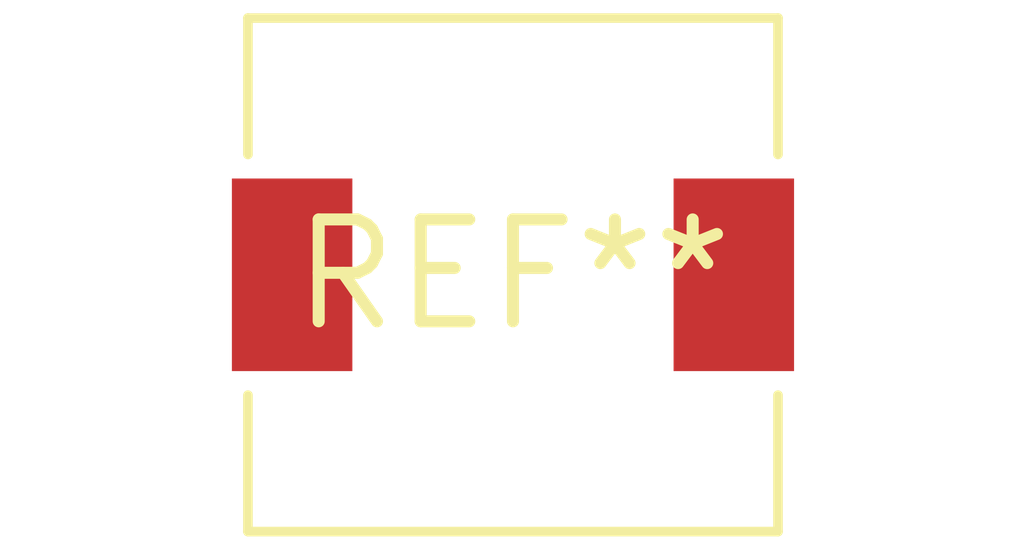
<source format=kicad_pcb>
(kicad_pcb (version 20240108) (generator pcbnew)
  (layers (0 "F.Cu" signal) (31 "B.Cu" signal) (34 "B.Paste" user) (35 "F.Paste" user) (36 "B.SilkS" user "B.Silkscreen") (37 "F.SilkS" user "F.Silkscreen") (38 "B.Mask" user) (39 "F.Mask" user) (44 "Edge.Cuts" user))
  (net 0 "")
  (footprint "L_6.3x6.3_H3" (layer "F.Cu") (at 0 0)
    (property "Reference" "REF**")
    (property "Value" "L_6.3x6.3_H3")
    (fp_line (start -3.3 -3.2) (end 3.3 -3.2) (layer "F.SilkS") (stroke (width 0.12)))
    (fp_line (start -3.3 -1.5) (end -3.3 -3.2) (layer "F.SilkS") (stroke (width 0.12)))
    (fp_line (start -3.3 3.2) (end -3.3 1.5) (layer "F.SilkS") (stroke (width 0.12)))
    (fp_line (start 3.3 -3.2) (end 3.3 -1.5) (layer "F.SilkS") (stroke (width 0.12)))
    (fp_line (start 3.3 1.5) (end 3.3 3.2) (layer "F.SilkS") (stroke (width 0.12)))
    (fp_line (start 3.3 3.2) (end -3.3 3.2) (layer "F.SilkS") (stroke (width 0.12)))
    (pad "1" smd rect (at -2.75 0) (size 1.5 2.4) (layers "F.Cu" "F.Paste" "F.Mask"))
    (pad "2" smd rect (at 2.75 0) (size 1.5 2.4) (layers "F.Cu" "F.Paste" "F.Mask"))
  )
)
</source>
